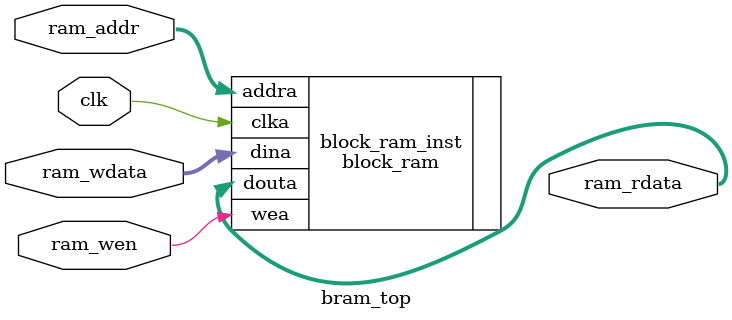
<source format=v>
`timescale 1ns / 1ps

module bram_top(
    input         clk,
    input  [15:0] ram_addr,
    input  [31:0] ram_wdata,
    input         ram_wen,
    output [31:0] ram_rdata
    );

block_ram block_ram_inst (
    .clka(clk),
    .wea(ram_wen),
    .addra(ram_addr),
    .dina(ram_wdata),
    .douta(ram_rdata)
);
endmodule

</source>
